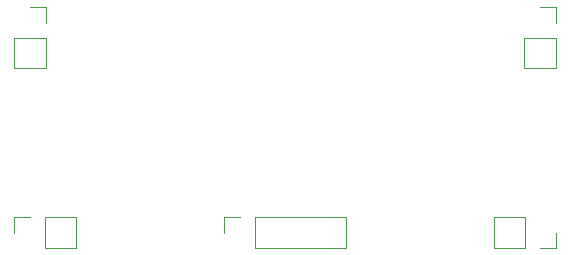
<source format=gbr>
G04 #@! TF.GenerationSoftware,KiCad,Pcbnew,(5.1.5)-3*
G04 #@! TF.CreationDate,2020-09-08T17:50:37-04:00*
G04 #@! TF.ProjectId,breadboard_midi,62726561-6462-46f6-9172-645f6d696469,rev?*
G04 #@! TF.SameCoordinates,Original*
G04 #@! TF.FileFunction,Legend,Bot*
G04 #@! TF.FilePolarity,Positive*
%FSLAX46Y46*%
G04 Gerber Fmt 4.6, Leading zero omitted, Abs format (unit mm)*
G04 Created by KiCad (PCBNEW (5.1.5)-3) date 2020-09-08 17:50:37*
%MOMM*%
%LPD*%
G04 APERTURE LIST*
%ADD10C,0.120000*%
G04 APERTURE END LIST*
D10*
X125670000Y-112970000D02*
X125670000Y-114300000D01*
X127000000Y-112970000D02*
X125670000Y-112970000D01*
X128270000Y-112970000D02*
X128270000Y-115630000D01*
X128270000Y-115630000D02*
X130870000Y-115630000D01*
X128270000Y-112970000D02*
X130870000Y-112970000D01*
X130870000Y-112970000D02*
X130870000Y-115630000D01*
X128330000Y-100390000D02*
X125670000Y-100390000D01*
X128330000Y-97790000D02*
X128330000Y-100390000D01*
X125670000Y-97790000D02*
X125670000Y-100390000D01*
X128330000Y-97790000D02*
X125670000Y-97790000D01*
X128330000Y-96520000D02*
X128330000Y-95190000D01*
X128330000Y-95190000D02*
X127000000Y-95190000D01*
X166310000Y-115630000D02*
X166310000Y-112970000D01*
X168910000Y-115630000D02*
X166310000Y-115630000D01*
X168910000Y-112970000D02*
X166310000Y-112970000D01*
X168910000Y-115630000D02*
X168910000Y-112970000D01*
X170180000Y-115630000D02*
X171510000Y-115630000D01*
X171510000Y-115630000D02*
X171510000Y-114300000D01*
X171510000Y-95190000D02*
X170180000Y-95190000D01*
X171510000Y-96520000D02*
X171510000Y-95190000D01*
X171510000Y-97790000D02*
X168850000Y-97790000D01*
X168850000Y-97790000D02*
X168850000Y-100390000D01*
X171510000Y-97790000D02*
X171510000Y-100390000D01*
X171510000Y-100390000D02*
X168850000Y-100390000D01*
X143450000Y-112970000D02*
X143450000Y-114300000D01*
X144780000Y-112970000D02*
X143450000Y-112970000D01*
X146050000Y-112970000D02*
X146050000Y-115630000D01*
X146050000Y-115630000D02*
X153730000Y-115630000D01*
X146050000Y-112970000D02*
X153730000Y-112970000D01*
X153730000Y-112970000D02*
X153730000Y-115630000D01*
M02*

</source>
